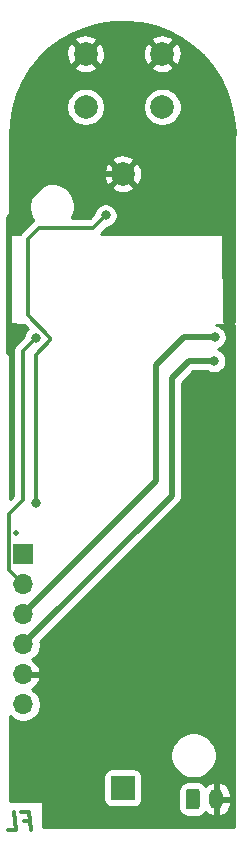
<source format=gbr>
G04 #@! TF.GenerationSoftware,KiCad,Pcbnew,(5.1.9)-1*
G04 #@! TF.CreationDate,2021-03-01T14:09:20+01:00*
G04 #@! TF.ProjectId,button,62757474-6f6e-42e6-9b69-6361645f7063,rev?*
G04 #@! TF.SameCoordinates,Original*
G04 #@! TF.FileFunction,Copper,L2,Bot*
G04 #@! TF.FilePolarity,Positive*
%FSLAX46Y46*%
G04 Gerber Fmt 4.6, Leading zero omitted, Abs format (unit mm)*
G04 Created by KiCad (PCBNEW (5.1.9)-1) date 2021-03-01 14:09:20*
%MOMM*%
%LPD*%
G01*
G04 APERTURE LIST*
G04 #@! TA.AperFunction,NonConductor*
%ADD10C,0.300000*%
G04 #@! TD*
G04 #@! TA.AperFunction,ComponentPad*
%ADD11O,1.200000X1.750000*%
G04 #@! TD*
G04 #@! TA.AperFunction,ComponentPad*
%ADD12O,1.700000X1.700000*%
G04 #@! TD*
G04 #@! TA.AperFunction,ComponentPad*
%ADD13R,1.700000X1.700000*%
G04 #@! TD*
G04 #@! TA.AperFunction,ComponentPad*
%ADD14C,2.000000*%
G04 #@! TD*
G04 #@! TA.AperFunction,ComponentPad*
%ADD15R,2.000000X2.000000*%
G04 #@! TD*
G04 #@! TA.AperFunction,ViaPad*
%ADD16C,0.800000*%
G04 #@! TD*
G04 #@! TA.AperFunction,ViaPad*
%ADD17C,0.500000*%
G04 #@! TD*
G04 #@! TA.AperFunction,Conductor*
%ADD18C,0.350000*%
G04 #@! TD*
G04 #@! TA.AperFunction,Conductor*
%ADD19C,0.500000*%
G04 #@! TD*
G04 #@! TA.AperFunction,Conductor*
%ADD20C,0.254000*%
G04 #@! TD*
G04 #@! TA.AperFunction,Conductor*
%ADD21C,0.100000*%
G04 #@! TD*
G04 APERTURE END LIST*
D10*
X118650714Y-112312857D02*
X119150714Y-112312857D01*
X119248928Y-113098571D02*
X119061428Y-111598571D01*
X118347142Y-111598571D01*
X117248928Y-113098571D02*
X117963214Y-113098571D01*
X117775714Y-111598571D01*
D11*
G04 #@! TO.P,BT2,2*
G04 #@! TO.N,/GND*
X134930000Y-110490000D03*
G04 #@! TO.P,BT2,1*
G04 #@! TO.N,Net-(BT1-Pad1)*
G04 #@! TA.AperFunction,ComponentPad*
G36*
G01*
X132330000Y-111115001D02*
X132330000Y-109864999D01*
G75*
G02*
X132579999Y-109615000I249999J0D01*
G01*
X133280001Y-109615000D01*
G75*
G02*
X133530000Y-109864999I0J-249999D01*
G01*
X133530000Y-111115001D01*
G75*
G02*
X133280001Y-111365000I-249999J0D01*
G01*
X132579999Y-111365000D01*
G75*
G02*
X132330000Y-111115001I0J249999D01*
G01*
G37*
G04 #@! TD.AperFunction*
G04 #@! TD*
D12*
G04 #@! TO.P,J1,6*
G04 #@! TO.N,/VCC*
X118560000Y-102470000D03*
G04 #@! TO.P,J1,5*
G04 #@! TO.N,/GND*
X118560000Y-99930000D03*
G04 #@! TO.P,J1,4*
G04 #@! TO.N,/RX*
X118560000Y-97390000D03*
G04 #@! TO.P,J1,3*
G04 #@! TO.N,/TX*
X118560000Y-94850000D03*
G04 #@! TO.P,J1,2*
G04 #@! TO.N,/RST*
X118560000Y-92310000D03*
D13*
G04 #@! TO.P,J1,1*
G04 #@! TO.N,N/C*
X118560000Y-89770000D03*
G04 #@! TD*
D14*
G04 #@! TO.P,SW1,1*
G04 #@! TO.N,/RST*
X123850000Y-51880000D03*
G04 #@! TO.P,SW1,2*
G04 #@! TO.N,/GND*
X123850000Y-47380000D03*
G04 #@! TO.P,SW1,1*
G04 #@! TO.N,/RST*
X130350000Y-51880000D03*
G04 #@! TO.P,SW1,2*
G04 #@! TO.N,/GND*
X130350000Y-47380000D03*
G04 #@! TD*
D15*
G04 #@! TO.P,BT1,1*
G04 #@! TO.N,Net-(BT1-Pad1)*
X127000000Y-109530000D03*
D14*
G04 #@! TO.P,BT1,2*
G04 #@! TO.N,/GND*
X127000000Y-57540000D03*
G04 #@! TD*
D16*
G04 #@! TO.N,/VCC*
X119654000Y-85430000D03*
X125550000Y-61075000D03*
G04 #@! TO.N,/GND*
X121750000Y-97100000D03*
X121700000Y-96025000D03*
D17*
X117400000Y-72725000D03*
D16*
X131500000Y-91875000D03*
X134800000Y-85425000D03*
X135000000Y-102000000D03*
X123000000Y-101000000D03*
X129000000Y-107500000D03*
X124000000Y-107000000D03*
D17*
X118000000Y-88000000D03*
D16*
G04 #@! TO.N,/RST*
X119654000Y-71430000D03*
G04 #@! TO.N,/RX*
X134750000Y-73375000D03*
G04 #@! TO.N,/TX*
X134775000Y-71375000D03*
G04 #@! TD*
D18*
G04 #@! TO.N,/VCC*
X119654000Y-85430000D02*
X119654000Y-74046000D01*
X119654000Y-74046000D02*
X119654000Y-72846000D01*
X119654000Y-72846000D02*
X120875000Y-71625000D01*
X120875000Y-71625000D02*
X120875000Y-71425000D01*
X120875000Y-71425000D02*
X118950000Y-69500000D01*
X118950000Y-69500000D02*
X118950000Y-63100000D01*
X118950000Y-63100000D02*
X119950000Y-62100000D01*
X119950000Y-62100000D02*
X124525000Y-62100000D01*
X124525000Y-62100000D02*
X125550000Y-61075000D01*
X125550000Y-61075000D02*
X125550000Y-61075000D01*
D19*
G04 #@! TO.N,/GND*
X117400000Y-61285398D02*
X117400000Y-72725000D01*
X121145398Y-57540000D02*
X117400000Y-61285398D01*
X127000000Y-57540000D02*
X121145398Y-57540000D01*
D18*
G04 #@! TO.N,/RST*
X118560000Y-92310000D02*
X118560000Y-92060000D01*
X117334999Y-91084999D02*
X118560000Y-92310000D01*
X117334999Y-86340001D02*
X117334999Y-91084999D01*
X118525000Y-85150000D02*
X117334999Y-86340001D01*
X118525000Y-72559000D02*
X118525000Y-85150000D01*
X119654000Y-71430000D02*
X118525000Y-72559000D01*
D19*
G04 #@! TO.N,/RX*
X118560000Y-97390000D02*
X131150000Y-84800000D01*
X131150000Y-84800000D02*
X131150000Y-74850000D01*
X131150000Y-74850000D02*
X132625000Y-73375000D01*
X132625000Y-73375000D02*
X134750000Y-73375000D01*
X134750000Y-73375000D02*
X134750000Y-73375000D01*
G04 #@! TO.N,/TX*
X118560000Y-94850000D02*
X129825000Y-83585000D01*
X129825000Y-83585000D02*
X129825000Y-73700000D01*
X129825000Y-73700000D02*
X132150000Y-71375000D01*
X132150000Y-71375000D02*
X134775000Y-71375000D01*
X134775000Y-71375000D02*
X134775000Y-71375000D01*
G04 #@! TD*
D20*
G04 #@! TO.N,/GND*
X136461900Y-70348971D02*
X136461901Y-112852600D01*
X120235000Y-112852600D01*
X120235000Y-110630000D01*
X117461750Y-110630000D01*
X117461641Y-108530000D01*
X125361928Y-108530000D01*
X125361928Y-110530000D01*
X125374188Y-110654482D01*
X125410498Y-110774180D01*
X125469463Y-110884494D01*
X125548815Y-110981185D01*
X125645506Y-111060537D01*
X125755820Y-111119502D01*
X125875518Y-111155812D01*
X126000000Y-111168072D01*
X128000000Y-111168072D01*
X128124482Y-111155812D01*
X128244180Y-111119502D01*
X128354494Y-111060537D01*
X128451185Y-110981185D01*
X128530537Y-110884494D01*
X128589502Y-110774180D01*
X128625812Y-110654482D01*
X128638072Y-110530000D01*
X128638072Y-109864999D01*
X131691928Y-109864999D01*
X131691928Y-111115001D01*
X131708992Y-111288255D01*
X131759528Y-111454851D01*
X131841595Y-111608387D01*
X131952038Y-111742962D01*
X132086613Y-111853405D01*
X132240149Y-111935472D01*
X132406745Y-111986008D01*
X132579999Y-112003072D01*
X133280001Y-112003072D01*
X133453255Y-111986008D01*
X133619851Y-111935472D01*
X133773387Y-111853405D01*
X133907962Y-111742962D01*
X134018405Y-111608387D01*
X134020967Y-111603594D01*
X134146526Y-111728078D01*
X134349467Y-111862421D01*
X134574718Y-111954591D01*
X134612391Y-111958462D01*
X134803000Y-111833731D01*
X134803000Y-110617000D01*
X135057000Y-110617000D01*
X135057000Y-111833731D01*
X135247609Y-111958462D01*
X135285282Y-111954591D01*
X135510533Y-111862421D01*
X135713474Y-111728078D01*
X135886307Y-111556725D01*
X136022390Y-111354946D01*
X136116493Y-111130496D01*
X136165000Y-110892000D01*
X136165000Y-110617000D01*
X135057000Y-110617000D01*
X134803000Y-110617000D01*
X134783000Y-110617000D01*
X134783000Y-110363000D01*
X134803000Y-110363000D01*
X134803000Y-109146269D01*
X135057000Y-109146269D01*
X135057000Y-110363000D01*
X136165000Y-110363000D01*
X136165000Y-110088000D01*
X136116493Y-109849504D01*
X136022390Y-109625054D01*
X135886307Y-109423275D01*
X135713474Y-109251922D01*
X135510533Y-109117579D01*
X135285282Y-109025409D01*
X135247609Y-109021538D01*
X135057000Y-109146269D01*
X134803000Y-109146269D01*
X134612391Y-109021538D01*
X134574718Y-109025409D01*
X134349467Y-109117579D01*
X134146526Y-109251922D01*
X134020967Y-109376406D01*
X134018405Y-109371613D01*
X133907962Y-109237038D01*
X133773387Y-109126595D01*
X133619851Y-109044528D01*
X133453255Y-108993992D01*
X133280001Y-108976928D01*
X132579999Y-108976928D01*
X132406745Y-108993992D01*
X132240149Y-109044528D01*
X132086613Y-109126595D01*
X131952038Y-109237038D01*
X131841595Y-109371613D01*
X131759528Y-109525149D01*
X131708992Y-109691745D01*
X131691928Y-109864999D01*
X128638072Y-109864999D01*
X128638072Y-108530000D01*
X128625812Y-108405518D01*
X128589502Y-108285820D01*
X128530537Y-108175506D01*
X128451185Y-108078815D01*
X128354494Y-107999463D01*
X128244180Y-107940498D01*
X128124482Y-107904188D01*
X128000000Y-107891928D01*
X126000000Y-107891928D01*
X125875518Y-107904188D01*
X125755820Y-107940498D01*
X125645506Y-107999463D01*
X125548815Y-108078815D01*
X125469463Y-108175506D01*
X125410498Y-108285820D01*
X125374188Y-108405518D01*
X125361928Y-108530000D01*
X117461641Y-108530000D01*
X117461541Y-106587449D01*
X131040000Y-106587449D01*
X131040000Y-106972551D01*
X131115130Y-107350252D01*
X131262502Y-107706040D01*
X131476453Y-108026240D01*
X131748760Y-108298547D01*
X132068960Y-108512498D01*
X132424748Y-108659870D01*
X132802449Y-108735000D01*
X133187551Y-108735000D01*
X133565252Y-108659870D01*
X133921040Y-108512498D01*
X134241240Y-108298547D01*
X134513547Y-108026240D01*
X134727498Y-107706040D01*
X134874870Y-107350252D01*
X134950000Y-106972551D01*
X134950000Y-106587449D01*
X134874870Y-106209748D01*
X134727498Y-105853960D01*
X134513547Y-105533760D01*
X134241240Y-105261453D01*
X133921040Y-105047502D01*
X133565252Y-104900130D01*
X133187551Y-104825000D01*
X132802449Y-104825000D01*
X132424748Y-104900130D01*
X132068960Y-105047502D01*
X131748760Y-105261453D01*
X131476453Y-105533760D01*
X131262502Y-105853960D01*
X131115130Y-106209748D01*
X131040000Y-106587449D01*
X117461541Y-106587449D01*
X117461378Y-103471485D01*
X117613368Y-103623475D01*
X117856589Y-103785990D01*
X118126842Y-103897932D01*
X118413740Y-103955000D01*
X118706260Y-103955000D01*
X118993158Y-103897932D01*
X119263411Y-103785990D01*
X119506632Y-103623475D01*
X119713475Y-103416632D01*
X119875990Y-103173411D01*
X119987932Y-102903158D01*
X120045000Y-102616260D01*
X120045000Y-102323740D01*
X119987932Y-102036842D01*
X119875990Y-101766589D01*
X119713475Y-101523368D01*
X119506632Y-101316525D01*
X119324466Y-101194805D01*
X119441355Y-101125178D01*
X119657588Y-100930269D01*
X119831641Y-100696920D01*
X119956825Y-100434099D01*
X120001476Y-100286890D01*
X119880155Y-100057000D01*
X118687000Y-100057000D01*
X118687000Y-100077000D01*
X118433000Y-100077000D01*
X118433000Y-100057000D01*
X118413000Y-100057000D01*
X118413000Y-99803000D01*
X118433000Y-99803000D01*
X118433000Y-99783000D01*
X118687000Y-99783000D01*
X118687000Y-99803000D01*
X119880155Y-99803000D01*
X120001476Y-99573110D01*
X119956825Y-99425901D01*
X119831641Y-99163080D01*
X119657588Y-98929731D01*
X119441355Y-98734822D01*
X119324466Y-98665195D01*
X119506632Y-98543475D01*
X119713475Y-98336632D01*
X119875990Y-98093411D01*
X119987932Y-97823158D01*
X120045000Y-97536260D01*
X120045000Y-97243740D01*
X120030539Y-97171039D01*
X131745051Y-85456528D01*
X131778817Y-85428817D01*
X131889411Y-85294059D01*
X131971589Y-85140313D01*
X132022195Y-84973490D01*
X132035000Y-84843477D01*
X132035000Y-84843469D01*
X132039281Y-84800000D01*
X132035000Y-84756531D01*
X132035000Y-75216578D01*
X132991579Y-74260000D01*
X134211546Y-74260000D01*
X134259744Y-74292205D01*
X134448102Y-74370226D01*
X134648061Y-74410000D01*
X134851939Y-74410000D01*
X135051898Y-74370226D01*
X135240256Y-74292205D01*
X135409774Y-74178937D01*
X135553937Y-74034774D01*
X135667205Y-73865256D01*
X135745226Y-73676898D01*
X135785000Y-73476939D01*
X135785000Y-73273061D01*
X135745226Y-73073102D01*
X135667205Y-72884744D01*
X135553937Y-72715226D01*
X135409774Y-72571063D01*
X135240256Y-72457795D01*
X135051898Y-72379774D01*
X135040397Y-72377486D01*
X135076898Y-72370226D01*
X135265256Y-72292205D01*
X135434774Y-72178937D01*
X135578937Y-72034774D01*
X135692205Y-71865256D01*
X135770226Y-71676898D01*
X135810000Y-71476939D01*
X135810000Y-71273061D01*
X135770226Y-71073102D01*
X135692205Y-70884744D01*
X135578937Y-70715226D01*
X135434774Y-70571063D01*
X135265256Y-70457795D01*
X135076898Y-70379774D01*
X134903975Y-70345378D01*
X136461900Y-70348971D01*
G04 #@! TA.AperFunction,Conductor*
D21*
G36*
X136461900Y-70348971D02*
G01*
X136461901Y-112852600D01*
X120235000Y-112852600D01*
X120235000Y-110630000D01*
X117461750Y-110630000D01*
X117461641Y-108530000D01*
X125361928Y-108530000D01*
X125361928Y-110530000D01*
X125374188Y-110654482D01*
X125410498Y-110774180D01*
X125469463Y-110884494D01*
X125548815Y-110981185D01*
X125645506Y-111060537D01*
X125755820Y-111119502D01*
X125875518Y-111155812D01*
X126000000Y-111168072D01*
X128000000Y-111168072D01*
X128124482Y-111155812D01*
X128244180Y-111119502D01*
X128354494Y-111060537D01*
X128451185Y-110981185D01*
X128530537Y-110884494D01*
X128589502Y-110774180D01*
X128625812Y-110654482D01*
X128638072Y-110530000D01*
X128638072Y-109864999D01*
X131691928Y-109864999D01*
X131691928Y-111115001D01*
X131708992Y-111288255D01*
X131759528Y-111454851D01*
X131841595Y-111608387D01*
X131952038Y-111742962D01*
X132086613Y-111853405D01*
X132240149Y-111935472D01*
X132406745Y-111986008D01*
X132579999Y-112003072D01*
X133280001Y-112003072D01*
X133453255Y-111986008D01*
X133619851Y-111935472D01*
X133773387Y-111853405D01*
X133907962Y-111742962D01*
X134018405Y-111608387D01*
X134020967Y-111603594D01*
X134146526Y-111728078D01*
X134349467Y-111862421D01*
X134574718Y-111954591D01*
X134612391Y-111958462D01*
X134803000Y-111833731D01*
X134803000Y-110617000D01*
X135057000Y-110617000D01*
X135057000Y-111833731D01*
X135247609Y-111958462D01*
X135285282Y-111954591D01*
X135510533Y-111862421D01*
X135713474Y-111728078D01*
X135886307Y-111556725D01*
X136022390Y-111354946D01*
X136116493Y-111130496D01*
X136165000Y-110892000D01*
X136165000Y-110617000D01*
X135057000Y-110617000D01*
X134803000Y-110617000D01*
X134783000Y-110617000D01*
X134783000Y-110363000D01*
X134803000Y-110363000D01*
X134803000Y-109146269D01*
X135057000Y-109146269D01*
X135057000Y-110363000D01*
X136165000Y-110363000D01*
X136165000Y-110088000D01*
X136116493Y-109849504D01*
X136022390Y-109625054D01*
X135886307Y-109423275D01*
X135713474Y-109251922D01*
X135510533Y-109117579D01*
X135285282Y-109025409D01*
X135247609Y-109021538D01*
X135057000Y-109146269D01*
X134803000Y-109146269D01*
X134612391Y-109021538D01*
X134574718Y-109025409D01*
X134349467Y-109117579D01*
X134146526Y-109251922D01*
X134020967Y-109376406D01*
X134018405Y-109371613D01*
X133907962Y-109237038D01*
X133773387Y-109126595D01*
X133619851Y-109044528D01*
X133453255Y-108993992D01*
X133280001Y-108976928D01*
X132579999Y-108976928D01*
X132406745Y-108993992D01*
X132240149Y-109044528D01*
X132086613Y-109126595D01*
X131952038Y-109237038D01*
X131841595Y-109371613D01*
X131759528Y-109525149D01*
X131708992Y-109691745D01*
X131691928Y-109864999D01*
X128638072Y-109864999D01*
X128638072Y-108530000D01*
X128625812Y-108405518D01*
X128589502Y-108285820D01*
X128530537Y-108175506D01*
X128451185Y-108078815D01*
X128354494Y-107999463D01*
X128244180Y-107940498D01*
X128124482Y-107904188D01*
X128000000Y-107891928D01*
X126000000Y-107891928D01*
X125875518Y-107904188D01*
X125755820Y-107940498D01*
X125645506Y-107999463D01*
X125548815Y-108078815D01*
X125469463Y-108175506D01*
X125410498Y-108285820D01*
X125374188Y-108405518D01*
X125361928Y-108530000D01*
X117461641Y-108530000D01*
X117461541Y-106587449D01*
X131040000Y-106587449D01*
X131040000Y-106972551D01*
X131115130Y-107350252D01*
X131262502Y-107706040D01*
X131476453Y-108026240D01*
X131748760Y-108298547D01*
X132068960Y-108512498D01*
X132424748Y-108659870D01*
X132802449Y-108735000D01*
X133187551Y-108735000D01*
X133565252Y-108659870D01*
X133921040Y-108512498D01*
X134241240Y-108298547D01*
X134513547Y-108026240D01*
X134727498Y-107706040D01*
X134874870Y-107350252D01*
X134950000Y-106972551D01*
X134950000Y-106587449D01*
X134874870Y-106209748D01*
X134727498Y-105853960D01*
X134513547Y-105533760D01*
X134241240Y-105261453D01*
X133921040Y-105047502D01*
X133565252Y-104900130D01*
X133187551Y-104825000D01*
X132802449Y-104825000D01*
X132424748Y-104900130D01*
X132068960Y-105047502D01*
X131748760Y-105261453D01*
X131476453Y-105533760D01*
X131262502Y-105853960D01*
X131115130Y-106209748D01*
X131040000Y-106587449D01*
X117461541Y-106587449D01*
X117461378Y-103471485D01*
X117613368Y-103623475D01*
X117856589Y-103785990D01*
X118126842Y-103897932D01*
X118413740Y-103955000D01*
X118706260Y-103955000D01*
X118993158Y-103897932D01*
X119263411Y-103785990D01*
X119506632Y-103623475D01*
X119713475Y-103416632D01*
X119875990Y-103173411D01*
X119987932Y-102903158D01*
X120045000Y-102616260D01*
X120045000Y-102323740D01*
X119987932Y-102036842D01*
X119875990Y-101766589D01*
X119713475Y-101523368D01*
X119506632Y-101316525D01*
X119324466Y-101194805D01*
X119441355Y-101125178D01*
X119657588Y-100930269D01*
X119831641Y-100696920D01*
X119956825Y-100434099D01*
X120001476Y-100286890D01*
X119880155Y-100057000D01*
X118687000Y-100057000D01*
X118687000Y-100077000D01*
X118433000Y-100077000D01*
X118433000Y-100057000D01*
X118413000Y-100057000D01*
X118413000Y-99803000D01*
X118433000Y-99803000D01*
X118433000Y-99783000D01*
X118687000Y-99783000D01*
X118687000Y-99803000D01*
X119880155Y-99803000D01*
X120001476Y-99573110D01*
X119956825Y-99425901D01*
X119831641Y-99163080D01*
X119657588Y-98929731D01*
X119441355Y-98734822D01*
X119324466Y-98665195D01*
X119506632Y-98543475D01*
X119713475Y-98336632D01*
X119875990Y-98093411D01*
X119987932Y-97823158D01*
X120045000Y-97536260D01*
X120045000Y-97243740D01*
X120030539Y-97171039D01*
X131745051Y-85456528D01*
X131778817Y-85428817D01*
X131889411Y-85294059D01*
X131971589Y-85140313D01*
X132022195Y-84973490D01*
X132035000Y-84843477D01*
X132035000Y-84843469D01*
X132039281Y-84800000D01*
X132035000Y-84756531D01*
X132035000Y-75216578D01*
X132991579Y-74260000D01*
X134211546Y-74260000D01*
X134259744Y-74292205D01*
X134448102Y-74370226D01*
X134648061Y-74410000D01*
X134851939Y-74410000D01*
X135051898Y-74370226D01*
X135240256Y-74292205D01*
X135409774Y-74178937D01*
X135553937Y-74034774D01*
X135667205Y-73865256D01*
X135745226Y-73676898D01*
X135785000Y-73476939D01*
X135785000Y-73273061D01*
X135745226Y-73073102D01*
X135667205Y-72884744D01*
X135553937Y-72715226D01*
X135409774Y-72571063D01*
X135240256Y-72457795D01*
X135051898Y-72379774D01*
X135040397Y-72377486D01*
X135076898Y-72370226D01*
X135265256Y-72292205D01*
X135434774Y-72178937D01*
X135578937Y-72034774D01*
X135692205Y-71865256D01*
X135770226Y-71676898D01*
X135810000Y-71476939D01*
X135810000Y-71273061D01*
X135770226Y-71073102D01*
X135692205Y-70884744D01*
X135578937Y-70715226D01*
X135434774Y-70571063D01*
X135265256Y-70457795D01*
X135076898Y-70379774D01*
X134903975Y-70345378D01*
X136461900Y-70348971D01*
G37*
G04 #@! TD.AperFunction*
D20*
X118612284Y-70307796D02*
X118962388Y-70657901D01*
X118850063Y-70770226D01*
X118736795Y-70939744D01*
X118658774Y-71128102D01*
X118621129Y-71317359D01*
X117980387Y-71958101D01*
X117949472Y-71983472D01*
X117896746Y-72047720D01*
X117848251Y-72106811D01*
X117810755Y-72176962D01*
X117773037Y-72247528D01*
X117726720Y-72400213D01*
X117718299Y-72485719D01*
X117711081Y-72559000D01*
X117715000Y-72598788D01*
X117715001Y-84814486D01*
X117460421Y-85069066D01*
X117459654Y-70305137D01*
X118612284Y-70307796D01*
G04 #@! TA.AperFunction,Conductor*
D21*
G36*
X118612284Y-70307796D02*
G01*
X118962388Y-70657901D01*
X118850063Y-70770226D01*
X118736795Y-70939744D01*
X118658774Y-71128102D01*
X118621129Y-71317359D01*
X117980387Y-71958101D01*
X117949472Y-71983472D01*
X117896746Y-72047720D01*
X117848251Y-72106811D01*
X117810755Y-72176962D01*
X117773037Y-72247528D01*
X117726720Y-72400213D01*
X117718299Y-72485719D01*
X117711081Y-72559000D01*
X117715000Y-72598788D01*
X117715001Y-84814486D01*
X117460421Y-85069066D01*
X117459654Y-70305137D01*
X118612284Y-70307796D01*
G37*
G04 #@! TD.AperFunction*
G04 #@! TD*
D20*
G04 #@! TO.N,/GND*
X128581162Y-44787507D02*
X129742190Y-45064203D01*
X130859370Y-45484228D01*
X131915104Y-46040964D01*
X132892734Y-46725627D01*
X133776846Y-47527423D01*
X134553496Y-48433706D01*
X135210433Y-49430181D01*
X135737296Y-50501128D01*
X136125781Y-51629673D01*
X136369761Y-52798016D01*
X136466355Y-53999801D01*
X136462186Y-54473079D01*
X136461900Y-54475982D01*
X136461900Y-62600813D01*
X125157290Y-62613222D01*
X125662641Y-62107871D01*
X125851898Y-62070226D01*
X126040256Y-61992205D01*
X126209774Y-61878937D01*
X126353937Y-61734774D01*
X126467205Y-61565256D01*
X126545226Y-61376898D01*
X126585000Y-61176939D01*
X126585000Y-60973061D01*
X126545226Y-60773102D01*
X126467205Y-60584744D01*
X126353937Y-60415226D01*
X126209774Y-60271063D01*
X126040256Y-60157795D01*
X125851898Y-60079774D01*
X125651939Y-60040000D01*
X125448061Y-60040000D01*
X125248102Y-60079774D01*
X125059744Y-60157795D01*
X124890226Y-60271063D01*
X124746063Y-60415226D01*
X124632795Y-60584744D01*
X124554774Y-60773102D01*
X124517129Y-60962359D01*
X124189488Y-61290000D01*
X122694761Y-61290000D01*
X122737498Y-61226040D01*
X122884870Y-60870252D01*
X122960000Y-60492551D01*
X122960000Y-60107449D01*
X122884870Y-59729748D01*
X122737498Y-59373960D01*
X122523547Y-59053760D01*
X122251240Y-58781453D01*
X122092541Y-58675413D01*
X126044192Y-58675413D01*
X126139956Y-58939814D01*
X126429571Y-59080704D01*
X126741108Y-59162384D01*
X127062595Y-59181718D01*
X127381675Y-59137961D01*
X127686088Y-59032795D01*
X127860044Y-58939814D01*
X127955808Y-58675413D01*
X127000000Y-57719605D01*
X126044192Y-58675413D01*
X122092541Y-58675413D01*
X121931040Y-58567502D01*
X121575252Y-58420130D01*
X121197551Y-58345000D01*
X120812449Y-58345000D01*
X120434748Y-58420130D01*
X120078960Y-58567502D01*
X119758760Y-58781453D01*
X119486453Y-59053760D01*
X119272502Y-59373960D01*
X119125130Y-59729748D01*
X119050000Y-60107449D01*
X119050000Y-60492551D01*
X119125130Y-60870252D01*
X119272502Y-61226040D01*
X119437401Y-61472828D01*
X119374472Y-61524472D01*
X119349107Y-61555380D01*
X118405383Y-62499105D01*
X118374473Y-62524472D01*
X118349108Y-62555380D01*
X118295456Y-62620754D01*
X117459254Y-62621672D01*
X117458994Y-57602595D01*
X125358282Y-57602595D01*
X125402039Y-57921675D01*
X125507205Y-58226088D01*
X125600186Y-58400044D01*
X125864587Y-58495808D01*
X126820395Y-57540000D01*
X127179605Y-57540000D01*
X128135413Y-58495808D01*
X128399814Y-58400044D01*
X128540704Y-58110429D01*
X128622384Y-57798892D01*
X128641718Y-57477405D01*
X128597961Y-57158325D01*
X128492795Y-56853912D01*
X128399814Y-56679956D01*
X128135413Y-56584192D01*
X127179605Y-57540000D01*
X126820395Y-57540000D01*
X125864587Y-56584192D01*
X125600186Y-56679956D01*
X125459296Y-56969571D01*
X125377616Y-57281108D01*
X125358282Y-57602595D01*
X117458994Y-57602595D01*
X117458932Y-56404587D01*
X126044192Y-56404587D01*
X127000000Y-57360395D01*
X127955808Y-56404587D01*
X127860044Y-56140186D01*
X127570429Y-55999296D01*
X127258892Y-55917616D01*
X126937405Y-55898282D01*
X126618325Y-55942039D01*
X126313912Y-56047205D01*
X126139956Y-56140186D01*
X126044192Y-56404587D01*
X117458932Y-56404587D01*
X117458824Y-54344370D01*
X117514269Y-53125589D01*
X117717517Y-51949482D01*
X117788013Y-51718967D01*
X122215000Y-51718967D01*
X122215000Y-52041033D01*
X122277832Y-52356912D01*
X122401082Y-52654463D01*
X122580013Y-52922252D01*
X122807748Y-53149987D01*
X123075537Y-53328918D01*
X123373088Y-53452168D01*
X123688967Y-53515000D01*
X124011033Y-53515000D01*
X124326912Y-53452168D01*
X124624463Y-53328918D01*
X124892252Y-53149987D01*
X125119987Y-52922252D01*
X125298918Y-52654463D01*
X125422168Y-52356912D01*
X125485000Y-52041033D01*
X125485000Y-51718967D01*
X128715000Y-51718967D01*
X128715000Y-52041033D01*
X128777832Y-52356912D01*
X128901082Y-52654463D01*
X129080013Y-52922252D01*
X129307748Y-53149987D01*
X129575537Y-53328918D01*
X129873088Y-53452168D01*
X130188967Y-53515000D01*
X130511033Y-53515000D01*
X130826912Y-53452168D01*
X131124463Y-53328918D01*
X131392252Y-53149987D01*
X131619987Y-52922252D01*
X131798918Y-52654463D01*
X131922168Y-52356912D01*
X131985000Y-52041033D01*
X131985000Y-51718967D01*
X131922168Y-51403088D01*
X131798918Y-51105537D01*
X131619987Y-50837748D01*
X131392252Y-50610013D01*
X131124463Y-50431082D01*
X130826912Y-50307832D01*
X130511033Y-50245000D01*
X130188967Y-50245000D01*
X129873088Y-50307832D01*
X129575537Y-50431082D01*
X129307748Y-50610013D01*
X129080013Y-50837748D01*
X128901082Y-51105537D01*
X128777832Y-51403088D01*
X128715000Y-51718967D01*
X125485000Y-51718967D01*
X125422168Y-51403088D01*
X125298918Y-51105537D01*
X125119987Y-50837748D01*
X124892252Y-50610013D01*
X124624463Y-50431082D01*
X124326912Y-50307832D01*
X124011033Y-50245000D01*
X123688967Y-50245000D01*
X123373088Y-50307832D01*
X123075537Y-50431082D01*
X122807748Y-50610013D01*
X122580013Y-50837748D01*
X122401082Y-51105537D01*
X122277832Y-51403088D01*
X122215000Y-51718967D01*
X117788013Y-51718967D01*
X118066566Y-50808129D01*
X118555912Y-49719523D01*
X119177840Y-48700831D01*
X119325881Y-48515413D01*
X122894192Y-48515413D01*
X122989956Y-48779814D01*
X123279571Y-48920704D01*
X123591108Y-49002384D01*
X123912595Y-49021718D01*
X124231675Y-48977961D01*
X124536088Y-48872795D01*
X124710044Y-48779814D01*
X124805808Y-48515413D01*
X129394192Y-48515413D01*
X129489956Y-48779814D01*
X129779571Y-48920704D01*
X130091108Y-49002384D01*
X130412595Y-49021718D01*
X130731675Y-48977961D01*
X131036088Y-48872795D01*
X131210044Y-48779814D01*
X131305808Y-48515413D01*
X130350000Y-47559605D01*
X129394192Y-48515413D01*
X124805808Y-48515413D01*
X123850000Y-47559605D01*
X122894192Y-48515413D01*
X119325881Y-48515413D01*
X119922538Y-47768118D01*
X120257335Y-47442595D01*
X122208282Y-47442595D01*
X122252039Y-47761675D01*
X122357205Y-48066088D01*
X122450186Y-48240044D01*
X122714587Y-48335808D01*
X123670395Y-47380000D01*
X124029605Y-47380000D01*
X124985413Y-48335808D01*
X125249814Y-48240044D01*
X125390704Y-47950429D01*
X125472384Y-47638892D01*
X125484189Y-47442595D01*
X128708282Y-47442595D01*
X128752039Y-47761675D01*
X128857205Y-48066088D01*
X128950186Y-48240044D01*
X129214587Y-48335808D01*
X130170395Y-47380000D01*
X130529605Y-47380000D01*
X131485413Y-48335808D01*
X131749814Y-48240044D01*
X131890704Y-47950429D01*
X131972384Y-47638892D01*
X131991718Y-47317405D01*
X131947961Y-46998325D01*
X131842795Y-46693912D01*
X131749814Y-46519956D01*
X131485413Y-46424192D01*
X130529605Y-47380000D01*
X130170395Y-47380000D01*
X129214587Y-46424192D01*
X128950186Y-46519956D01*
X128809296Y-46809571D01*
X128727616Y-47121108D01*
X128708282Y-47442595D01*
X125484189Y-47442595D01*
X125491718Y-47317405D01*
X125447961Y-46998325D01*
X125342795Y-46693912D01*
X125249814Y-46519956D01*
X124985413Y-46424192D01*
X124029605Y-47380000D01*
X123670395Y-47380000D01*
X122714587Y-46424192D01*
X122450186Y-46519956D01*
X122309296Y-46809571D01*
X122227616Y-47121108D01*
X122208282Y-47442595D01*
X120257335Y-47442595D01*
X120778270Y-46936092D01*
X121696084Y-46244587D01*
X122894192Y-46244587D01*
X123850000Y-47200395D01*
X124805808Y-46244587D01*
X129394192Y-46244587D01*
X130350000Y-47200395D01*
X131305808Y-46244587D01*
X131210044Y-45980186D01*
X130920429Y-45839296D01*
X130608892Y-45757616D01*
X130287405Y-45738282D01*
X129968325Y-45782039D01*
X129663912Y-45887205D01*
X129489956Y-45980186D01*
X129394192Y-46244587D01*
X124805808Y-46244587D01*
X124710044Y-45980186D01*
X124420429Y-45839296D01*
X124108892Y-45757616D01*
X123787405Y-45738282D01*
X123468325Y-45782039D01*
X123163912Y-45887205D01*
X122989956Y-45980186D01*
X122894192Y-46244587D01*
X121696084Y-46244587D01*
X121731524Y-46217886D01*
X122767284Y-45624813D01*
X123869208Y-45166232D01*
X125019911Y-44849377D01*
X126201266Y-44679241D01*
X127394615Y-44658508D01*
X128581162Y-44787507D01*
G04 #@! TA.AperFunction,Conductor*
D21*
G36*
X128581162Y-44787507D02*
G01*
X129742190Y-45064203D01*
X130859370Y-45484228D01*
X131915104Y-46040964D01*
X132892734Y-46725627D01*
X133776846Y-47527423D01*
X134553496Y-48433706D01*
X135210433Y-49430181D01*
X135737296Y-50501128D01*
X136125781Y-51629673D01*
X136369761Y-52798016D01*
X136466355Y-53999801D01*
X136462186Y-54473079D01*
X136461900Y-54475982D01*
X136461900Y-62600813D01*
X125157290Y-62613222D01*
X125662641Y-62107871D01*
X125851898Y-62070226D01*
X126040256Y-61992205D01*
X126209774Y-61878937D01*
X126353937Y-61734774D01*
X126467205Y-61565256D01*
X126545226Y-61376898D01*
X126585000Y-61176939D01*
X126585000Y-60973061D01*
X126545226Y-60773102D01*
X126467205Y-60584744D01*
X126353937Y-60415226D01*
X126209774Y-60271063D01*
X126040256Y-60157795D01*
X125851898Y-60079774D01*
X125651939Y-60040000D01*
X125448061Y-60040000D01*
X125248102Y-60079774D01*
X125059744Y-60157795D01*
X124890226Y-60271063D01*
X124746063Y-60415226D01*
X124632795Y-60584744D01*
X124554774Y-60773102D01*
X124517129Y-60962359D01*
X124189488Y-61290000D01*
X122694761Y-61290000D01*
X122737498Y-61226040D01*
X122884870Y-60870252D01*
X122960000Y-60492551D01*
X122960000Y-60107449D01*
X122884870Y-59729748D01*
X122737498Y-59373960D01*
X122523547Y-59053760D01*
X122251240Y-58781453D01*
X122092541Y-58675413D01*
X126044192Y-58675413D01*
X126139956Y-58939814D01*
X126429571Y-59080704D01*
X126741108Y-59162384D01*
X127062595Y-59181718D01*
X127381675Y-59137961D01*
X127686088Y-59032795D01*
X127860044Y-58939814D01*
X127955808Y-58675413D01*
X127000000Y-57719605D01*
X126044192Y-58675413D01*
X122092541Y-58675413D01*
X121931040Y-58567502D01*
X121575252Y-58420130D01*
X121197551Y-58345000D01*
X120812449Y-58345000D01*
X120434748Y-58420130D01*
X120078960Y-58567502D01*
X119758760Y-58781453D01*
X119486453Y-59053760D01*
X119272502Y-59373960D01*
X119125130Y-59729748D01*
X119050000Y-60107449D01*
X119050000Y-60492551D01*
X119125130Y-60870252D01*
X119272502Y-61226040D01*
X119437401Y-61472828D01*
X119374472Y-61524472D01*
X119349107Y-61555380D01*
X118405383Y-62499105D01*
X118374473Y-62524472D01*
X118349108Y-62555380D01*
X118295456Y-62620754D01*
X117459254Y-62621672D01*
X117458994Y-57602595D01*
X125358282Y-57602595D01*
X125402039Y-57921675D01*
X125507205Y-58226088D01*
X125600186Y-58400044D01*
X125864587Y-58495808D01*
X126820395Y-57540000D01*
X127179605Y-57540000D01*
X128135413Y-58495808D01*
X128399814Y-58400044D01*
X128540704Y-58110429D01*
X128622384Y-57798892D01*
X128641718Y-57477405D01*
X128597961Y-57158325D01*
X128492795Y-56853912D01*
X128399814Y-56679956D01*
X128135413Y-56584192D01*
X127179605Y-57540000D01*
X126820395Y-57540000D01*
X125864587Y-56584192D01*
X125600186Y-56679956D01*
X125459296Y-56969571D01*
X125377616Y-57281108D01*
X125358282Y-57602595D01*
X117458994Y-57602595D01*
X117458932Y-56404587D01*
X126044192Y-56404587D01*
X127000000Y-57360395D01*
X127955808Y-56404587D01*
X127860044Y-56140186D01*
X127570429Y-55999296D01*
X127258892Y-55917616D01*
X126937405Y-55898282D01*
X126618325Y-55942039D01*
X126313912Y-56047205D01*
X126139956Y-56140186D01*
X126044192Y-56404587D01*
X117458932Y-56404587D01*
X117458824Y-54344370D01*
X117514269Y-53125589D01*
X117717517Y-51949482D01*
X117788013Y-51718967D01*
X122215000Y-51718967D01*
X122215000Y-52041033D01*
X122277832Y-52356912D01*
X122401082Y-52654463D01*
X122580013Y-52922252D01*
X122807748Y-53149987D01*
X123075537Y-53328918D01*
X123373088Y-53452168D01*
X123688967Y-53515000D01*
X124011033Y-53515000D01*
X124326912Y-53452168D01*
X124624463Y-53328918D01*
X124892252Y-53149987D01*
X125119987Y-52922252D01*
X125298918Y-52654463D01*
X125422168Y-52356912D01*
X125485000Y-52041033D01*
X125485000Y-51718967D01*
X128715000Y-51718967D01*
X128715000Y-52041033D01*
X128777832Y-52356912D01*
X128901082Y-52654463D01*
X129080013Y-52922252D01*
X129307748Y-53149987D01*
X129575537Y-53328918D01*
X129873088Y-53452168D01*
X130188967Y-53515000D01*
X130511033Y-53515000D01*
X130826912Y-53452168D01*
X131124463Y-53328918D01*
X131392252Y-53149987D01*
X131619987Y-52922252D01*
X131798918Y-52654463D01*
X131922168Y-52356912D01*
X131985000Y-52041033D01*
X131985000Y-51718967D01*
X131922168Y-51403088D01*
X131798918Y-51105537D01*
X131619987Y-50837748D01*
X131392252Y-50610013D01*
X131124463Y-50431082D01*
X130826912Y-50307832D01*
X130511033Y-50245000D01*
X130188967Y-50245000D01*
X129873088Y-50307832D01*
X129575537Y-50431082D01*
X129307748Y-50610013D01*
X129080013Y-50837748D01*
X128901082Y-51105537D01*
X128777832Y-51403088D01*
X128715000Y-51718967D01*
X125485000Y-51718967D01*
X125422168Y-51403088D01*
X125298918Y-51105537D01*
X125119987Y-50837748D01*
X124892252Y-50610013D01*
X124624463Y-50431082D01*
X124326912Y-50307832D01*
X124011033Y-50245000D01*
X123688967Y-50245000D01*
X123373088Y-50307832D01*
X123075537Y-50431082D01*
X122807748Y-50610013D01*
X122580013Y-50837748D01*
X122401082Y-51105537D01*
X122277832Y-51403088D01*
X122215000Y-51718967D01*
X117788013Y-51718967D01*
X118066566Y-50808129D01*
X118555912Y-49719523D01*
X119177840Y-48700831D01*
X119325881Y-48515413D01*
X122894192Y-48515413D01*
X122989956Y-48779814D01*
X123279571Y-48920704D01*
X123591108Y-49002384D01*
X123912595Y-49021718D01*
X124231675Y-48977961D01*
X124536088Y-48872795D01*
X124710044Y-48779814D01*
X124805808Y-48515413D01*
X129394192Y-48515413D01*
X129489956Y-48779814D01*
X129779571Y-48920704D01*
X130091108Y-49002384D01*
X130412595Y-49021718D01*
X130731675Y-48977961D01*
X131036088Y-48872795D01*
X131210044Y-48779814D01*
X131305808Y-48515413D01*
X130350000Y-47559605D01*
X129394192Y-48515413D01*
X124805808Y-48515413D01*
X123850000Y-47559605D01*
X122894192Y-48515413D01*
X119325881Y-48515413D01*
X119922538Y-47768118D01*
X120257335Y-47442595D01*
X122208282Y-47442595D01*
X122252039Y-47761675D01*
X122357205Y-48066088D01*
X122450186Y-48240044D01*
X122714587Y-48335808D01*
X123670395Y-47380000D01*
X124029605Y-47380000D01*
X124985413Y-48335808D01*
X125249814Y-48240044D01*
X125390704Y-47950429D01*
X125472384Y-47638892D01*
X125484189Y-47442595D01*
X128708282Y-47442595D01*
X128752039Y-47761675D01*
X128857205Y-48066088D01*
X128950186Y-48240044D01*
X129214587Y-48335808D01*
X130170395Y-47380000D01*
X130529605Y-47380000D01*
X131485413Y-48335808D01*
X131749814Y-48240044D01*
X131890704Y-47950429D01*
X131972384Y-47638892D01*
X131991718Y-47317405D01*
X131947961Y-46998325D01*
X131842795Y-46693912D01*
X131749814Y-46519956D01*
X131485413Y-46424192D01*
X130529605Y-47380000D01*
X130170395Y-47380000D01*
X129214587Y-46424192D01*
X128950186Y-46519956D01*
X128809296Y-46809571D01*
X128727616Y-47121108D01*
X128708282Y-47442595D01*
X125484189Y-47442595D01*
X125491718Y-47317405D01*
X125447961Y-46998325D01*
X125342795Y-46693912D01*
X125249814Y-46519956D01*
X124985413Y-46424192D01*
X124029605Y-47380000D01*
X123670395Y-47380000D01*
X122714587Y-46424192D01*
X122450186Y-46519956D01*
X122309296Y-46809571D01*
X122227616Y-47121108D01*
X122208282Y-47442595D01*
X120257335Y-47442595D01*
X120778270Y-46936092D01*
X121696084Y-46244587D01*
X122894192Y-46244587D01*
X123850000Y-47200395D01*
X124805808Y-46244587D01*
X129394192Y-46244587D01*
X130350000Y-47200395D01*
X131305808Y-46244587D01*
X131210044Y-45980186D01*
X130920429Y-45839296D01*
X130608892Y-45757616D01*
X130287405Y-45738282D01*
X129968325Y-45782039D01*
X129663912Y-45887205D01*
X129489956Y-45980186D01*
X129394192Y-46244587D01*
X124805808Y-46244587D01*
X124710044Y-45980186D01*
X124420429Y-45839296D01*
X124108892Y-45757616D01*
X123787405Y-45738282D01*
X123468325Y-45782039D01*
X123163912Y-45887205D01*
X122989956Y-45980186D01*
X122894192Y-46244587D01*
X121696084Y-46244587D01*
X121731524Y-46217886D01*
X122767284Y-45624813D01*
X123869208Y-45166232D01*
X125019911Y-44849377D01*
X126201266Y-44679241D01*
X127394615Y-44658508D01*
X128581162Y-44787507D01*
G37*
G04 #@! TD.AperFunction*
G04 #@! TD*
D20*
G04 #@! TO.N,/GND*
X136466355Y-53999801D02*
X136462186Y-54473079D01*
X136461900Y-54475982D01*
X136461900Y-70073000D01*
X135575741Y-70073000D01*
X135502000Y-62674336D01*
X135502000Y-62655596D01*
X136371234Y-52816345D01*
X136466355Y-53999801D01*
G04 #@! TA.AperFunction,Conductor*
D21*
G36*
X136466355Y-53999801D02*
G01*
X136462186Y-54473079D01*
X136461900Y-54475982D01*
X136461900Y-70073000D01*
X135575741Y-70073000D01*
X135502000Y-62674336D01*
X135502000Y-62655596D01*
X136371234Y-52816345D01*
X136466355Y-53999801D01*
G37*
G04 #@! TD.AperFunction*
G04 #@! TD*
M02*

</source>
